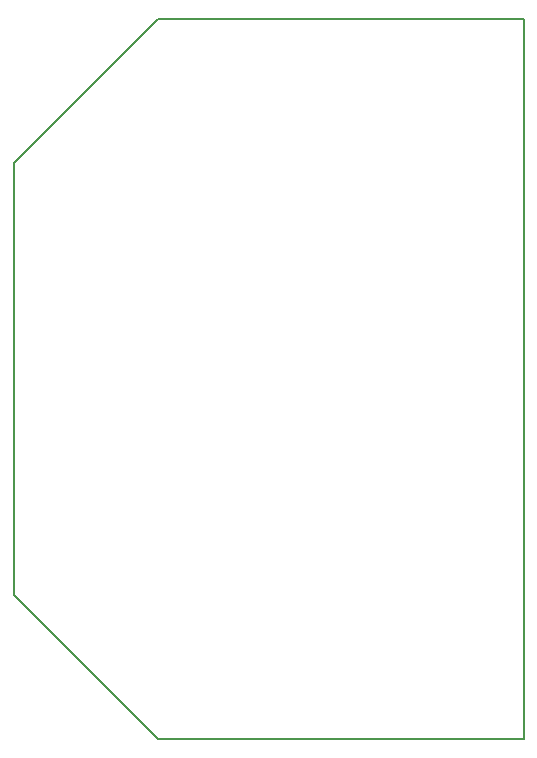
<source format=gbr>
G04 #@! TF.FileFunction,Profile,NP*
%FSLAX46Y46*%
G04 Gerber Fmt 4.6, Leading zero omitted, Abs format (unit mm)*
G04 Created by KiCad (PCBNEW (2015-09-22 BZR 6208)-product) date 10/22/2015 10:46:09 PM*
%MOMM*%
G01*
G04 APERTURE LIST*
%ADD10C,0.100000*%
%ADD11C,0.150000*%
G04 APERTURE END LIST*
D10*
D11*
X145796000Y-137160000D02*
X145796000Y-76200000D01*
X114808000Y-137160000D02*
X145796000Y-137160000D01*
X102616000Y-124968000D02*
X114808000Y-137160000D01*
X102616000Y-88392000D02*
X102616000Y-124968000D01*
X114808000Y-76200000D02*
X119380000Y-76200000D01*
X102616000Y-88392000D02*
X114808000Y-76200000D01*
X145796000Y-76200000D02*
X119380000Y-76200000D01*
M02*

</source>
